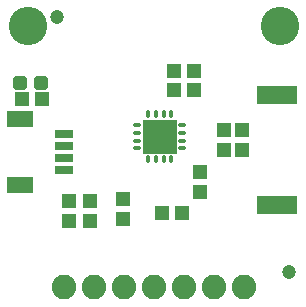
<source format=gts>
G75*
%MOIN*%
%OFA0B0*%
%FSLAX25Y25*%
%IPPOS*%
%LPD*%
%AMOC8*
5,1,8,0,0,1.08239X$1,22.5*
%
%ADD10R,0.08674X0.05524*%
%ADD11R,0.06115X0.03162*%
%ADD12R,0.05131X0.04737*%
%ADD13R,0.04737X0.05131*%
%ADD14C,0.01990*%
%ADD15C,0.08200*%
%ADD16C,0.12800*%
%ADD17C,0.04737*%
%ADD18R,0.13400X0.05918*%
%ADD19R,0.11430X0.11430*%
%ADD20C,0.01378*%
D10*
X0118865Y0118976D03*
X0118865Y0141024D03*
D11*
X0133333Y0135906D03*
X0133333Y0131969D03*
X0133333Y0128031D03*
X0133333Y0124094D03*
D12*
X0166087Y0109700D03*
X0172780Y0109700D03*
X0126180Y0147500D03*
X0119487Y0147500D03*
X0169987Y0150500D03*
X0176680Y0150500D03*
X0176680Y0157000D03*
X0169987Y0157000D03*
D13*
X0186733Y0137346D03*
X0192733Y0137346D03*
X0192733Y0130654D03*
X0186733Y0130654D03*
X0178833Y0123346D03*
X0178833Y0116654D03*
X0152933Y0114246D03*
X0152933Y0107554D03*
X0141933Y0107054D03*
X0135033Y0107054D03*
X0135033Y0113746D03*
X0141933Y0113746D03*
D14*
X0124413Y0151627D02*
X0124413Y0154373D01*
X0127159Y0154373D01*
X0127159Y0151627D01*
X0124413Y0151627D01*
X0124413Y0153517D02*
X0127159Y0153517D01*
X0117508Y0154373D02*
X0117508Y0151627D01*
X0117508Y0154373D02*
X0120254Y0154373D01*
X0120254Y0151627D01*
X0117508Y0151627D01*
X0117508Y0153517D02*
X0120254Y0153517D01*
D15*
X0133333Y0084840D03*
X0143333Y0084840D03*
X0153333Y0084840D03*
X0163333Y0084840D03*
X0173333Y0084840D03*
X0183333Y0084840D03*
X0193333Y0084840D03*
D16*
X0205333Y0172000D03*
X0121333Y0172000D03*
D17*
X0131233Y0175100D03*
X0208333Y0090000D03*
D18*
X0204333Y0112193D03*
X0204333Y0148807D03*
D19*
X0165359Y0135026D03*
D20*
X0172202Y0136306D02*
X0173580Y0136306D01*
X0173588Y0138865D02*
X0172210Y0138865D01*
X0169202Y0141853D02*
X0169202Y0143231D01*
X0166643Y0143231D02*
X0166643Y0141853D01*
X0164084Y0141853D02*
X0164084Y0143231D01*
X0161517Y0143231D02*
X0161517Y0141853D01*
X0158509Y0138865D02*
X0157131Y0138865D01*
X0157123Y0136306D02*
X0158501Y0136306D01*
X0158509Y0133746D02*
X0157131Y0133746D01*
X0157131Y0131187D02*
X0158509Y0131187D01*
X0161521Y0128180D02*
X0161521Y0126802D01*
X0164080Y0126802D02*
X0164080Y0128180D01*
X0166639Y0128180D02*
X0166639Y0126802D01*
X0169198Y0126802D02*
X0169198Y0128180D01*
X0172210Y0131187D02*
X0173588Y0131187D01*
X0173588Y0133746D02*
X0172210Y0133746D01*
M02*

</source>
